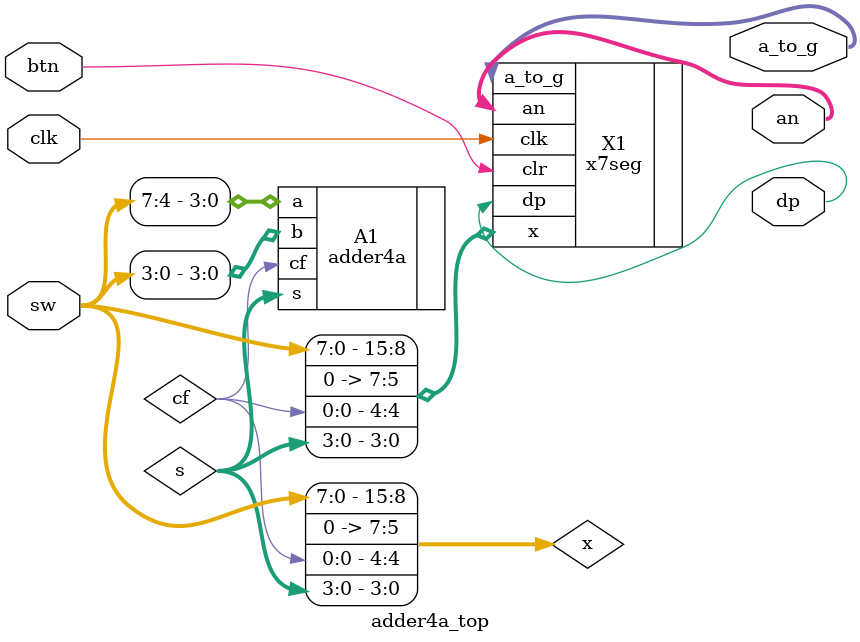
<source format=v>
module adder4a_top(
  input wire clk,
  input wire btn,
  input wire [7:0] sw,
  output wire [6:0] a_to_g,
  output wire [3:0] an,
  output wire dp
);
  wire [15:0] x;
  wire cf;
  wire [3:0] s;
  assign x[15:12] = sw[7:4];
  assign x[11:8] = sw[3:0];
  assign x[7:4] = {3'b000,cf};
  assign x[3:0] = s;
  adder4a A1 (.a(sw[7:4]),
              .b(sw[3:0]),
			  .s(s),
			  .cf(cf)  
  );
  x7seg X1 (.x(x),
            .clk(clk),
			.clr(btn),
			.a_to_g(a_to_g),
			.an(an),
			.dp(dp)
  );
endmodule
</source>
